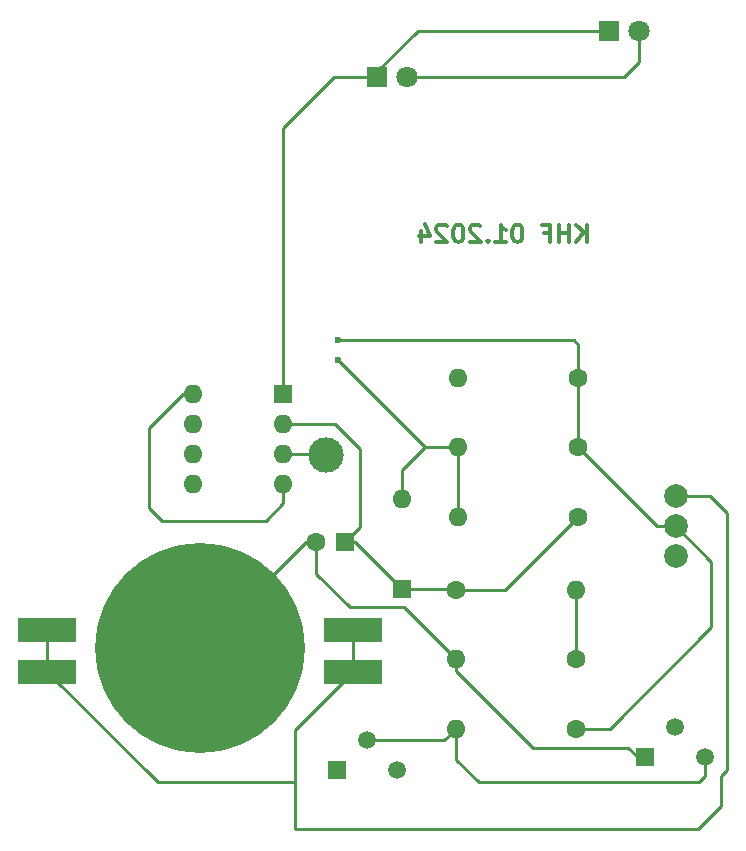
<source format=gbr>
%TF.GenerationSoftware,KiCad,Pcbnew,8.0.1*%
%TF.CreationDate,2024-04-02T10:22:41+02:00*%
%TF.ProjectId,KatzeV2,4b61747a-6556-4322-9e6b-696361645f70,rev?*%
%TF.SameCoordinates,Original*%
%TF.FileFunction,Copper,L2,Bot*%
%TF.FilePolarity,Positive*%
%FSLAX46Y46*%
G04 Gerber Fmt 4.6, Leading zero omitted, Abs format (unit mm)*
G04 Created by KiCad (PCBNEW 8.0.1) date 2024-04-02 10:22:41*
%MOMM*%
%LPD*%
G01*
G04 APERTURE LIST*
%ADD10C,0.300000*%
%TA.AperFunction,NonConductor*%
%ADD11C,0.300000*%
%TD*%
%TA.AperFunction,ComponentPad*%
%ADD12R,1.800000X1.800000*%
%TD*%
%TA.AperFunction,ComponentPad*%
%ADD13C,1.800000*%
%TD*%
%TA.AperFunction,ComponentPad*%
%ADD14R,1.500000X1.500000*%
%TD*%
%TA.AperFunction,ComponentPad*%
%ADD15C,1.500000*%
%TD*%
%TA.AperFunction,ComponentPad*%
%ADD16C,1.600000*%
%TD*%
%TA.AperFunction,ComponentPad*%
%ADD17O,1.600000X1.600000*%
%TD*%
%TA.AperFunction,ComponentPad*%
%ADD18R,1.600000X1.600000*%
%TD*%
%TA.AperFunction,ComponentPad*%
%ADD19C,2.000000*%
%TD*%
%TA.AperFunction,SMDPad,CuDef*%
%ADD20R,5.000000X2.000000*%
%TD*%
%TA.AperFunction,SMDPad,CuDef*%
%ADD21C,17.780000*%
%TD*%
%TA.AperFunction,SMDPad,CuDef*%
%ADD22C,3.000000*%
%TD*%
%TA.AperFunction,ViaPad*%
%ADD23C,0.600000*%
%TD*%
%TA.AperFunction,Conductor*%
%ADD24C,0.250000*%
%TD*%
G04 APERTURE END LIST*
D10*
D11*
X98565489Y-79320828D02*
X98565489Y-77820828D01*
X97708346Y-79320828D02*
X98351203Y-78463685D01*
X97708346Y-77820828D02*
X98565489Y-78677971D01*
X97065489Y-79320828D02*
X97065489Y-77820828D01*
X97065489Y-78535114D02*
X96208346Y-78535114D01*
X96208346Y-79320828D02*
X96208346Y-77820828D01*
X94994060Y-78535114D02*
X95494060Y-78535114D01*
X95494060Y-79320828D02*
X95494060Y-77820828D01*
X95494060Y-77820828D02*
X94779774Y-77820828D01*
X92779774Y-77820828D02*
X92636917Y-77820828D01*
X92636917Y-77820828D02*
X92494060Y-77892257D01*
X92494060Y-77892257D02*
X92422632Y-77963685D01*
X92422632Y-77963685D02*
X92351203Y-78106542D01*
X92351203Y-78106542D02*
X92279774Y-78392257D01*
X92279774Y-78392257D02*
X92279774Y-78749400D01*
X92279774Y-78749400D02*
X92351203Y-79035114D01*
X92351203Y-79035114D02*
X92422632Y-79177971D01*
X92422632Y-79177971D02*
X92494060Y-79249400D01*
X92494060Y-79249400D02*
X92636917Y-79320828D01*
X92636917Y-79320828D02*
X92779774Y-79320828D01*
X92779774Y-79320828D02*
X92922632Y-79249400D01*
X92922632Y-79249400D02*
X92994060Y-79177971D01*
X92994060Y-79177971D02*
X93065489Y-79035114D01*
X93065489Y-79035114D02*
X93136917Y-78749400D01*
X93136917Y-78749400D02*
X93136917Y-78392257D01*
X93136917Y-78392257D02*
X93065489Y-78106542D01*
X93065489Y-78106542D02*
X92994060Y-77963685D01*
X92994060Y-77963685D02*
X92922632Y-77892257D01*
X92922632Y-77892257D02*
X92779774Y-77820828D01*
X90851203Y-79320828D02*
X91708346Y-79320828D01*
X91279775Y-79320828D02*
X91279775Y-77820828D01*
X91279775Y-77820828D02*
X91422632Y-78035114D01*
X91422632Y-78035114D02*
X91565489Y-78177971D01*
X91565489Y-78177971D02*
X91708346Y-78249400D01*
X90208347Y-79177971D02*
X90136918Y-79249400D01*
X90136918Y-79249400D02*
X90208347Y-79320828D01*
X90208347Y-79320828D02*
X90279775Y-79249400D01*
X90279775Y-79249400D02*
X90208347Y-79177971D01*
X90208347Y-79177971D02*
X90208347Y-79320828D01*
X89565489Y-77963685D02*
X89494061Y-77892257D01*
X89494061Y-77892257D02*
X89351204Y-77820828D01*
X89351204Y-77820828D02*
X88994061Y-77820828D01*
X88994061Y-77820828D02*
X88851204Y-77892257D01*
X88851204Y-77892257D02*
X88779775Y-77963685D01*
X88779775Y-77963685D02*
X88708346Y-78106542D01*
X88708346Y-78106542D02*
X88708346Y-78249400D01*
X88708346Y-78249400D02*
X88779775Y-78463685D01*
X88779775Y-78463685D02*
X89636918Y-79320828D01*
X89636918Y-79320828D02*
X88708346Y-79320828D01*
X87779775Y-77820828D02*
X87636918Y-77820828D01*
X87636918Y-77820828D02*
X87494061Y-77892257D01*
X87494061Y-77892257D02*
X87422633Y-77963685D01*
X87422633Y-77963685D02*
X87351204Y-78106542D01*
X87351204Y-78106542D02*
X87279775Y-78392257D01*
X87279775Y-78392257D02*
X87279775Y-78749400D01*
X87279775Y-78749400D02*
X87351204Y-79035114D01*
X87351204Y-79035114D02*
X87422633Y-79177971D01*
X87422633Y-79177971D02*
X87494061Y-79249400D01*
X87494061Y-79249400D02*
X87636918Y-79320828D01*
X87636918Y-79320828D02*
X87779775Y-79320828D01*
X87779775Y-79320828D02*
X87922633Y-79249400D01*
X87922633Y-79249400D02*
X87994061Y-79177971D01*
X87994061Y-79177971D02*
X88065490Y-79035114D01*
X88065490Y-79035114D02*
X88136918Y-78749400D01*
X88136918Y-78749400D02*
X88136918Y-78392257D01*
X88136918Y-78392257D02*
X88065490Y-78106542D01*
X88065490Y-78106542D02*
X87994061Y-77963685D01*
X87994061Y-77963685D02*
X87922633Y-77892257D01*
X87922633Y-77892257D02*
X87779775Y-77820828D01*
X86708347Y-77963685D02*
X86636919Y-77892257D01*
X86636919Y-77892257D02*
X86494062Y-77820828D01*
X86494062Y-77820828D02*
X86136919Y-77820828D01*
X86136919Y-77820828D02*
X85994062Y-77892257D01*
X85994062Y-77892257D02*
X85922633Y-77963685D01*
X85922633Y-77963685D02*
X85851204Y-78106542D01*
X85851204Y-78106542D02*
X85851204Y-78249400D01*
X85851204Y-78249400D02*
X85922633Y-78463685D01*
X85922633Y-78463685D02*
X86779776Y-79320828D01*
X86779776Y-79320828D02*
X85851204Y-79320828D01*
X84565491Y-78320828D02*
X84565491Y-79320828D01*
X84922633Y-77749400D02*
X85279776Y-78820828D01*
X85279776Y-78820828D02*
X84351205Y-78820828D01*
D12*
%TO.P,D2,1,K*%
%TO.N,Net-(D1-K)*%
X100425000Y-61415000D03*
D13*
%TO.P,D2,2,A*%
%TO.N,Net-(D1-A)*%
X102965000Y-61415000D03*
%TD*%
D14*
%TO.P,Q2,1,E*%
%TO.N,Net-(D1-A)*%
X77410000Y-124040000D03*
D15*
%TO.P,Q2,2,B*%
%TO.N,Net-(Q1-C)*%
X79950000Y-121500000D03*
%TO.P,Q2,3,C*%
%TO.N,Net-(Q2-C)*%
X82490000Y-124040000D03*
%TD*%
D14*
%TO.P,Q1,1,E*%
%TO.N,Net-(D1-K)*%
X103520000Y-122910000D03*
D15*
%TO.P,Q1,2,B*%
%TO.N,Net-(Q1-B)*%
X106060000Y-120370000D03*
%TO.P,Q1,3,C*%
%TO.N,Net-(Q1-C)*%
X108600000Y-122910000D03*
%TD*%
D12*
%TO.P,D1,1,K*%
%TO.N,Net-(D1-K)*%
X80825000Y-65315000D03*
D13*
%TO.P,D1,2,A*%
%TO.N,Net-(D1-A)*%
X83365000Y-65315000D03*
%TD*%
D16*
%TO.P,R6,1*%
%TO.N,Net-(S1-E)*%
X97860000Y-90815000D03*
D17*
%TO.P,R6,2*%
%TO.N,Net-(Q2-C)*%
X87700000Y-90815000D03*
%TD*%
D16*
%TO.P,R3,1*%
%TO.N,Net-(D3-K)*%
X87483760Y-108731600D03*
D17*
%TO.P,R3,2*%
%TO.N,Net-(Q1-B)*%
X97643760Y-108731600D03*
%TD*%
D18*
%TO.P,D3,1,K*%
%TO.N,Net-(D3-K)*%
X82950000Y-108665000D03*
D17*
%TO.P,D3,2,A*%
%TO.N,Net-(D3-A)*%
X82950000Y-101045000D03*
%TD*%
D19*
%TO.P,S1,1,A*%
%TO.N,Net-(S1-A-Pad1)*%
X106100000Y-100815000D03*
%TO.P,S1,2,E*%
%TO.N,Net-(S1-E)*%
X106100000Y-103355000D03*
%TO.P,S1,3,A*%
%TO.N,unconnected-(S1-A-Pad3)*%
X106100000Y-105895000D03*
%TD*%
D16*
%TO.P,R5,1*%
%TO.N,Net-(S1-E)*%
X97660000Y-120487200D03*
D17*
%TO.P,R5,2*%
%TO.N,Net-(Q1-C)*%
X87500000Y-120487200D03*
%TD*%
D20*
%TO.P,U2,1*%
%TO.N,Net-(S1-A-Pad1)*%
X78800000Y-115671000D03*
X78800000Y-112115000D03*
X52906000Y-115671000D03*
X52906000Y-112115000D03*
D21*
%TO.P,U2,2*%
%TO.N,Net-(D1-K)*%
X65846000Y-113639000D03*
%TD*%
D16*
%TO.P,R2on2,1*%
%TO.N,Net-(D3-K)*%
X97860000Y-102570600D03*
D17*
%TO.P,R2on2,2*%
%TO.N,Net-(D3-A)*%
X87700000Y-102570600D03*
%TD*%
D16*
%TO.P,R1off1,1*%
%TO.N,Net-(S1-E)*%
X97860000Y-96692800D03*
D17*
%TO.P,R1off1,2*%
%TO.N,Net-(D3-A)*%
X87700000Y-96692800D03*
%TD*%
D16*
%TO.P,R4,1*%
%TO.N,Net-(Q1-B)*%
X97660000Y-114609400D03*
D17*
%TO.P,R4,2*%
%TO.N,Net-(D1-K)*%
X87500000Y-114609400D03*
%TD*%
D18*
%TO.P,U1,1,GND*%
%TO.N,Net-(D1-K)*%
X72900000Y-92145000D03*
D17*
%TO.P,U1,2,TR*%
%TO.N,Net-(D3-K)*%
X72900000Y-94685000D03*
%TO.P,U1,3,Q*%
%TO.N,unconnected-(U1-Q-Pad3)*%
X72900000Y-97225000D03*
%TO.P,U1,4,R*%
%TO.N,Net-(S1-E)*%
X72900000Y-99765000D03*
%TO.P,U1,5,CV*%
%TO.N,unconnected-(U1-CV-Pad5)*%
X65280000Y-99765000D03*
%TO.P,U1,6,THR*%
%TO.N,Net-(D3-K)*%
X65280000Y-97225000D03*
%TO.P,U1,7,DIS*%
%TO.N,Net-(D3-A)*%
X65280000Y-94685000D03*
%TO.P,U1,8,VCC*%
%TO.N,Net-(S1-E)*%
X65280000Y-92145000D03*
%TD*%
D18*
%TO.P,C1,1*%
%TO.N,Net-(D3-K)*%
X78150000Y-104665000D03*
D16*
%TO.P,C1,2*%
%TO.N,Net-(D1-K)*%
X75650000Y-104665000D03*
%TD*%
D22*
%TO.P,Q,1*%
%TO.N,unconnected-(U1-Q-Pad3)*%
X76540000Y-97370000D03*
%TD*%
D23*
%TO.N,Net-(D3-A)*%
X77500000Y-89315000D03*
%TO.N,Net-(S1-E)*%
X77500000Y-87615000D03*
%TD*%
D24*
%TO.N,Net-(D3-K)*%
X78950000Y-104665000D02*
X82950000Y-108665000D01*
X87417160Y-108665000D02*
X87483760Y-108731600D01*
X79400000Y-96815000D02*
X79400000Y-103415000D01*
X72900000Y-94685000D02*
X77270000Y-94685000D01*
X91699000Y-108731600D02*
X87483760Y-108731600D01*
X82950000Y-108665000D02*
X87417160Y-108665000D01*
X97860000Y-102570600D02*
X91699000Y-108731600D01*
X77270000Y-94685000D02*
X79400000Y-96815000D01*
X79400000Y-103415000D02*
X78150000Y-104665000D01*
X78150000Y-104665000D02*
X78950000Y-104665000D01*
%TO.N,Net-(D1-K)*%
X87500000Y-114609400D02*
X83105600Y-110215000D01*
X87500000Y-114609400D02*
X87500000Y-115615000D01*
X83105600Y-110215000D02*
X78500000Y-110215000D01*
X77200000Y-65315000D02*
X80825000Y-65315000D01*
X75650000Y-104665000D02*
X74820000Y-104665000D01*
X80825000Y-64840000D02*
X84250000Y-61415000D01*
X94000000Y-122115000D02*
X102100000Y-122115000D01*
X80825000Y-65315000D02*
X80825000Y-64840000D01*
X87500000Y-115615000D02*
X94000000Y-122115000D01*
X72900000Y-92145000D02*
X72900000Y-69615000D01*
X103520000Y-122910000D02*
X102895000Y-122910000D01*
X102895000Y-122910000D02*
X102100000Y-122115000D01*
X74820000Y-104665000D02*
X65846000Y-113639000D01*
X78500000Y-110215000D02*
X75650000Y-107365000D01*
X75650000Y-107365000D02*
X75650000Y-104665000D01*
X72900000Y-69615000D02*
X77200000Y-65315000D01*
X84250000Y-61415000D02*
X100425000Y-61415000D01*
%TO.N,Net-(D1-A)*%
X102965000Y-64080000D02*
X101730000Y-65315000D01*
X102965000Y-61415000D02*
X102965000Y-64080000D01*
X101730000Y-65315000D02*
X83365000Y-65315000D01*
%TO.N,Net-(D3-A)*%
X87700000Y-96692800D02*
X87700000Y-102570600D01*
X84877800Y-96692800D02*
X77500000Y-89315000D01*
X82950000Y-101045000D02*
X82950000Y-98620600D01*
X82950000Y-98620600D02*
X84877800Y-96692800D01*
X87700000Y-96692800D02*
X84877800Y-96692800D01*
%TO.N,Net-(Q1-B)*%
X97660000Y-108747840D02*
X97643760Y-108731600D01*
X97660000Y-114609400D02*
X97660000Y-108747840D01*
%TO.N,Net-(Q1-C)*%
X86487200Y-121500000D02*
X87500000Y-120487200D01*
X108080000Y-125050000D02*
X108600000Y-124530000D01*
X108600000Y-124530000D02*
X108600000Y-122910000D01*
X79950000Y-121500000D02*
X86487200Y-121500000D01*
X89430000Y-125050000D02*
X108080000Y-125050000D01*
X87500000Y-120487200D02*
X87500000Y-123120000D01*
X87500000Y-123120000D02*
X89430000Y-125050000D01*
%TO.N,Net-(S1-E)*%
X61500000Y-101815000D02*
X62600000Y-102915000D01*
X71400000Y-102915000D02*
X72900000Y-101415000D01*
X109100000Y-106355000D02*
X109100000Y-111915000D01*
X97860000Y-90815000D02*
X97860000Y-96692800D01*
X106100000Y-103355000D02*
X109100000Y-106355000D01*
X97860000Y-96692800D02*
X104522200Y-103355000D01*
X65280000Y-92145000D02*
X64370000Y-92145000D01*
X109100000Y-111915000D02*
X100527800Y-120487200D01*
X61500000Y-95015000D02*
X61500000Y-101815000D01*
X97500000Y-87615000D02*
X77500000Y-87615000D01*
X64370000Y-92145000D02*
X61500000Y-95015000D01*
X104522200Y-103355000D02*
X106100000Y-103355000D01*
X100527800Y-120487200D02*
X97660000Y-120487200D01*
X62600000Y-102915000D02*
X71400000Y-102915000D01*
X97860000Y-87975000D02*
X97500000Y-87615000D01*
X72900000Y-101415000D02*
X72900000Y-99765000D01*
X97860000Y-90815000D02*
X97860000Y-87975000D01*
%TO.N,Net-(S1-A-Pad1)*%
X109950000Y-127065000D02*
X109950000Y-124515000D01*
X52906000Y-112115000D02*
X52906000Y-115671000D01*
X78800000Y-115671000D02*
X73900000Y-120571000D01*
X109000000Y-100815000D02*
X110450000Y-102265000D01*
X62250000Y-125015000D02*
X73900000Y-125015000D01*
X78800000Y-112115000D02*
X78800000Y-115671000D01*
X108000000Y-129015000D02*
X109950000Y-127065000D01*
X73900000Y-125015000D02*
X73900000Y-129015000D01*
X52906000Y-115671000D02*
X62250000Y-125015000D01*
X109950000Y-124515000D02*
X110450000Y-124015000D01*
X106100000Y-100815000D02*
X109000000Y-100815000D01*
X110450000Y-124015000D02*
X110450000Y-102265000D01*
X73900000Y-120571000D02*
X73900000Y-125015000D01*
X73900000Y-129015000D02*
X108000000Y-129015000D01*
%TO.N,unconnected-(U1-Q-Pad3)*%
X72900000Y-97225000D02*
X76395000Y-97225000D01*
X76395000Y-97225000D02*
X76540000Y-97370000D01*
%TD*%
M02*

</source>
